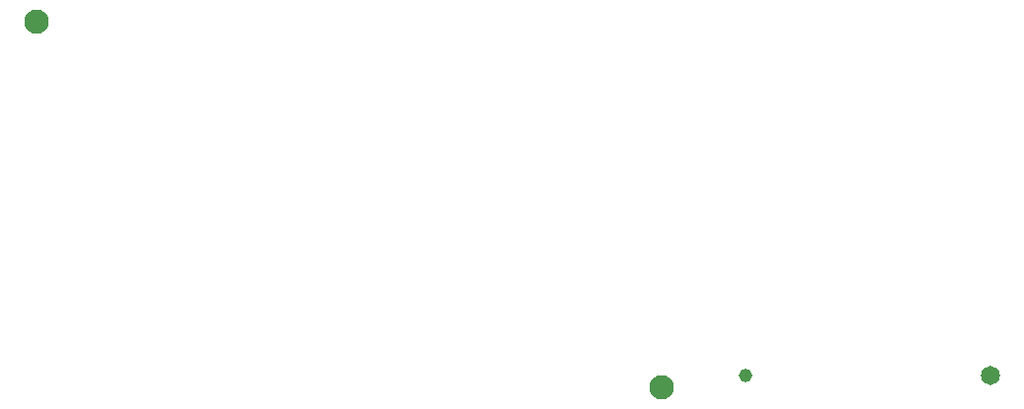
<source format=gbr>
%TF.GenerationSoftware,KiCad,Pcbnew,9.0.4*%
%TF.CreationDate,2025-12-21T22:50:07+05:30*%
%TF.ProjectId,ESP-32 C3 demo project004,4553502d-3332-4204-9333-2064656d6f20,rev?*%
%TF.SameCoordinates,Original*%
%TF.FileFunction,NonPlated,1,4,NPTH,Drill*%
%TF.FilePolarity,Positive*%
%FSLAX46Y46*%
G04 Gerber Fmt 4.6, Leading zero omitted, Abs format (unit mm)*
G04 Created by KiCad (PCBNEW 9.0.4) date 2025-12-21 22:50:07*
%MOMM*%
%LPD*%
G01*
G04 APERTURE LIST*
%TA.AperFunction,ComponentDrill*%
%ADD10C,1.150000*%
%TD*%
%TA.AperFunction,ComponentDrill*%
%ADD11C,1.650000*%
%TD*%
%TA.AperFunction,ComponentDrill*%
%ADD12C,2.100000*%
%TD*%
G04 APERTURE END LIST*
D10*
%TO.C,J3*%
X205170000Y-76690000D03*
D11*
X226170000Y-76690000D03*
D12*
%TO.C,REF\u002A\u002A*%
X144420000Y-46320000D03*
X198020000Y-77670000D03*
M02*

</source>
